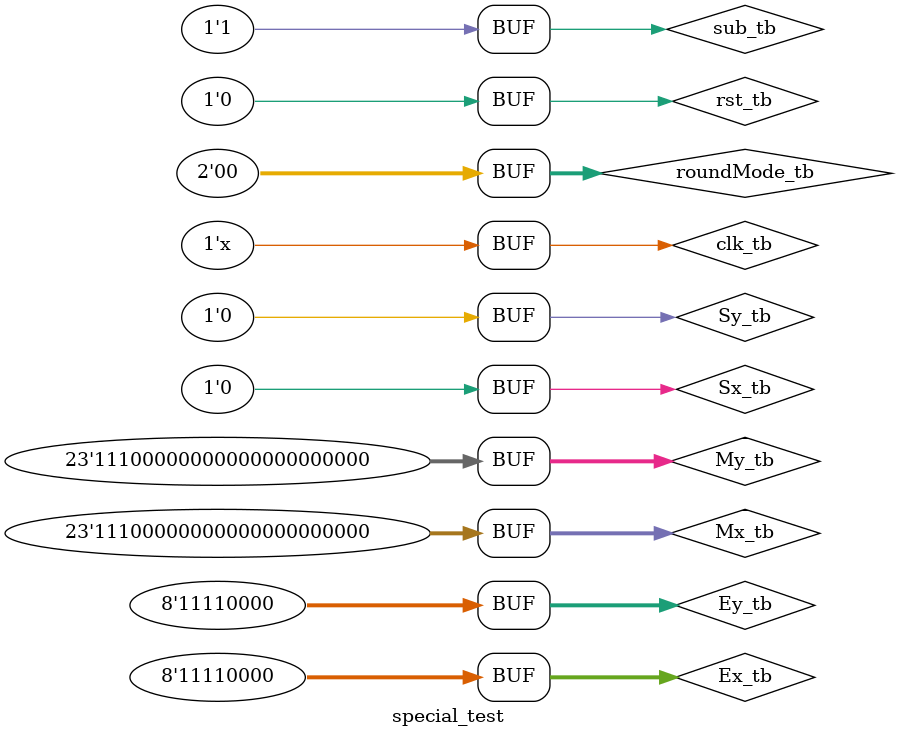
<source format=v>
`timescale 1ns/1ns
module special_test();
reg             rst_tb;
reg 			clk_tb;
reg		[7:0]	Ex_tb;
reg		[7:0]	Ey_tb;
wire	[7:0]	Ez_tb;
reg		[22:0]	Mx_tb;
reg		[22:0]	My_tb;
wire	[22:0]	Mz_tb;
reg				Sx_tb;			
reg				Sy_tb;			
wire			Sz_tb;	
//reg				Eop_tb;	
reg				sub_tb;							
wire  			invalid_flag_tb,overflow_flag_tb,underflow_flag_tb,inexact_flag_tb,zero_flag_tb;
reg	    [1:0]   roundMode_tb;


parameter CLK_PERIOD = 16 ;
parameter tclk = 16;
Top_Add_Sub		DUT (
.rst(rst_tb),
.clk(clk_tb),
.Mx(Mx_tb),
.My(My_tb),
.Mz_final(Mz_tb),
.Ex(Ex_tb),
.Ey(Ey_tb),
.Ez(Ez_tb),
.Sx(Sx_tb),
.Sy(Sy_tb),
.Sz(Sz_tb),
//.EOP(Eop_tb),
.sub(sub_tb),
.roundMode(roundMode_tb),
.invalid_flag(invalid_flag_tb),
.overflow_flag(overflow_flag_tb),
.underflow_flag(underflow_flag_tb),
.inexact_flag(inexact_flag_tb),
.zero_flag(zero_flag_tb)
///.d(d),
///.sgn_d(sgn_d),
///.zero_d(zero_d),
///.Cmp(Cmp),
///.out_11(out_11),
///.out_22(out_22),
///.EOP(EOP),
///.sum(sum),
///.ovf_rnd(ovf_rnd),
///.Out_mux(Out_mux),
///.massive_shift_left(massive_shift_left),
//.correct_sum_shifted(correct_sum_shifted),
///.ovf(ovf),
///.righPass_shift_out(righPass_shift_out),
///.one_shift_left(one_shift_left),
///.most_bits_of_adder_out(most_bits_of_adder_out),
///.mantessa_mux_out(mantessa_mux_out),
///.MOut(MOut),
///.E_exponent_update(E_exponent_update),
///.max_exponent_z(max_exponent_z),
///.min_exponent_z(min_exponent_z),
///.excessive_shift_left(excessive_shift_left),
///.SHL(SHL_tb),
///.second_shift_left(second_shift_left_tb)
///.Mz_final_int(Mz_final_int),
///.Sz_int(Sz_int)
);
initial clk_tb = 0;
always
#(tclk/2) clk_tb = ~clk_tb;
initial 
begin
   // succeeded = 0;
	//failed = 0;
	rst_tb = 0;
	#(tclk*10);//10clk - 10ns
	rst_tb = 1;	
	#tclk;
	rst_tb = 0;
	#tclk;
    Ex_tb = 8'b 11110000;
    Mx_tb = 23'b 11100000000000000000000;
    Sx_tb = 1'b 0;
    Ey_tb = 8'b 11110000;
    My_tb = 23'b 11100000000000000000000;
    Sy_tb = 1'b 0;
    sub_tb = 1'b 1;
    roundMode_tb = 2'b 00;
end
endmodule
</source>
